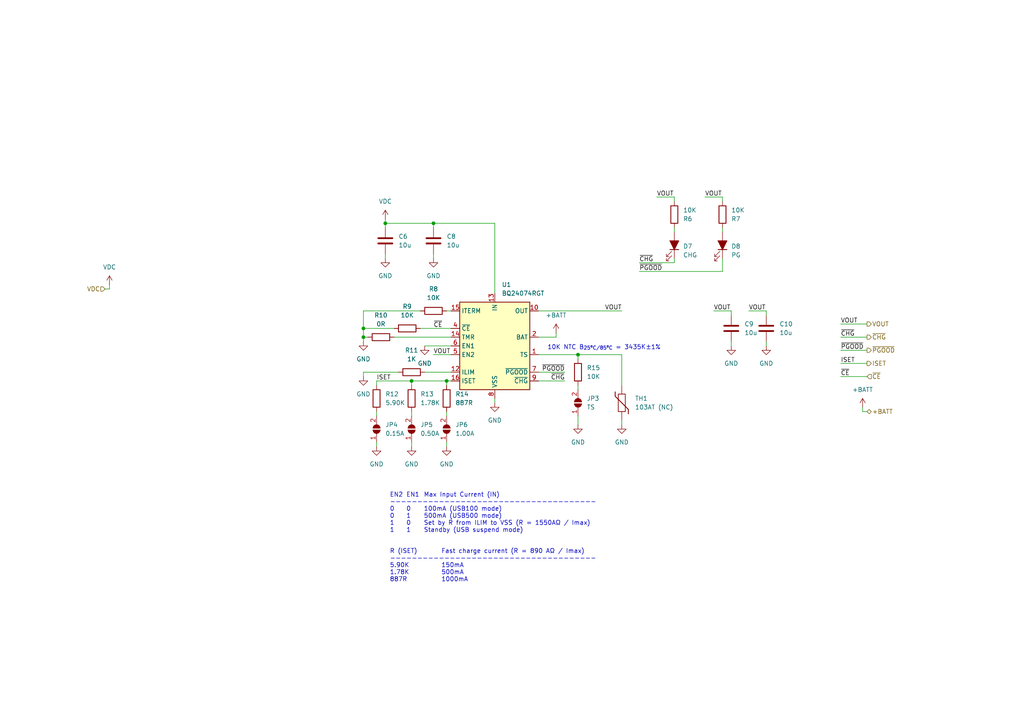
<source format=kicad_sch>
(kicad_sch (version 20211123) (generator eeschema)

  (uuid 871e60a8-b466-46b1-a6dc-be87d5eeeaed)

  (paper "A4")

  (title_block
    (title "SolarNode")
    (date "2021-12-23")
    (rev "0.1")
  )

  (lib_symbols
    (symbol "Battery_Management:BQ24074RGT" (in_bom yes) (on_board yes)
      (property "Reference" "U" (id 0) (at -8.89 13.97 0)
        (effects (font (size 1.27 1.27)) (justify right))
      )
      (property "Value" "BQ24074RGT" (id 1) (at 16.51 13.97 0)
        (effects (font (size 1.27 1.27)) (justify right))
      )
      (property "Footprint" "Package_DFN_QFN:VQFN-16-1EP_3x3mm_P0.5mm_EP1.6x1.6mm" (id 2) (at 7.62 -13.97 0)
        (effects (font (size 1.27 1.27)) (justify left) hide)
      )
      (property "Datasheet" "http://www.ti.com/lit/ds/symlink/bq24074.pdf" (id 3) (at 7.62 5.08 0)
        (effects (font (size 1.27 1.27)) hide)
      )
      (property "ki_keywords" "USB Charge" (id 4) (at 0 0 0)
        (effects (font (size 1.27 1.27)) hide)
      )
      (property "ki_description" "USB-Friendly Li-Ion Battery Charger and Power-Path Management, VQFN-16" (id 5) (at 0 0 0)
        (effects (font (size 1.27 1.27)) hide)
      )
      (property "ki_fp_filters" "VQFN*1EP*3x3mm*P0.5mm*" (id 6) (at 0 0 0)
        (effects (font (size 1.27 1.27)) hide)
      )
      (symbol "BQ24074RGT_0_1"
        (rectangle (start -10.16 12.7) (end 10.16 -12.7)
          (stroke (width 0.254) (type default) (color 0 0 0 0))
          (fill (type background))
        )
      )
      (symbol "BQ24074RGT_1_1"
        (pin passive line (at 12.7 -2.54 180) (length 2.54)
          (name "TS" (effects (font (size 1.27 1.27))))
          (number "1" (effects (font (size 1.27 1.27))))
        )
        (pin power_out line (at 12.7 10.16 180) (length 2.54)
          (name "OUT" (effects (font (size 1.27 1.27))))
          (number "10" (effects (font (size 1.27 1.27))))
        )
        (pin passive line (at 12.7 10.16 180) (length 2.54) hide
          (name "OUT" (effects (font (size 1.27 1.27))))
          (number "11" (effects (font (size 1.27 1.27))))
        )
        (pin passive line (at -12.7 -7.62 0) (length 2.54)
          (name "ILIM" (effects (font (size 1.27 1.27))))
          (number "12" (effects (font (size 1.27 1.27))))
        )
        (pin power_in line (at 0 15.24 270) (length 2.54)
          (name "IN" (effects (font (size 1.27 1.27))))
          (number "13" (effects (font (size 1.27 1.27))))
        )
        (pin input line (at -12.7 2.54 0) (length 2.54)
          (name "TMR" (effects (font (size 1.27 1.27))))
          (number "14" (effects (font (size 1.27 1.27))))
        )
        (pin input line (at -12.7 10.16 0) (length 2.54)
          (name "ITERM" (effects (font (size 1.27 1.27))))
          (number "15" (effects (font (size 1.27 1.27))))
        )
        (pin passive line (at -12.7 -10.16 0) (length 2.54)
          (name "ISET" (effects (font (size 1.27 1.27))))
          (number "16" (effects (font (size 1.27 1.27))))
        )
        (pin passive line (at 0 -15.24 90) (length 2.54) hide
          (name "VSS" (effects (font (size 1.27 1.27))))
          (number "17" (effects (font (size 1.27 1.27))))
        )
        (pin power_out line (at 12.7 2.54 180) (length 2.54)
          (name "BAT" (effects (font (size 1.27 1.27))))
          (number "2" (effects (font (size 1.27 1.27))))
        )
        (pin passive line (at 12.7 2.54 180) (length 2.54) hide
          (name "BAT" (effects (font (size 1.27 1.27))))
          (number "3" (effects (font (size 1.27 1.27))))
        )
        (pin input line (at -12.7 5.08 0) (length 2.54)
          (name "~{CE}" (effects (font (size 1.27 1.27))))
          (number "4" (effects (font (size 1.27 1.27))))
        )
        (pin input line (at -12.7 -2.54 0) (length 2.54)
          (name "EN2" (effects (font (size 1.27 1.27))))
          (number "5" (effects (font (size 1.27 1.27))))
        )
        (pin input line (at -12.7 0 0) (length 2.54)
          (name "EN1" (effects (font (size 1.27 1.27))))
          (number "6" (effects (font (size 1.27 1.27))))
        )
        (pin open_collector line (at 12.7 -7.62 180) (length 2.54)
          (name "~{PGOOD}" (effects (font (size 1.27 1.27))))
          (number "7" (effects (font (size 1.27 1.27))))
        )
        (pin power_in line (at 0 -15.24 90) (length 2.54)
          (name "VSS" (effects (font (size 1.27 1.27))))
          (number "8" (effects (font (size 1.27 1.27))))
        )
        (pin open_collector line (at 12.7 -10.16 180) (length 2.54)
          (name "~{CHG}" (effects (font (size 1.27 1.27))))
          (number "9" (effects (font (size 1.27 1.27))))
        )
      )
    )
    (symbol "Device:C" (pin_numbers hide) (pin_names (offset 0.254)) (in_bom yes) (on_board yes)
      (property "Reference" "C" (id 0) (at 0.635 2.54 0)
        (effects (font (size 1.27 1.27)) (justify left))
      )
      (property "Value" "C" (id 1) (at 0.635 -2.54 0)
        (effects (font (size 1.27 1.27)) (justify left))
      )
      (property "Footprint" "" (id 2) (at 0.9652 -3.81 0)
        (effects (font (size 1.27 1.27)) hide)
      )
      (property "Datasheet" "~" (id 3) (at 0 0 0)
        (effects (font (size 1.27 1.27)) hide)
      )
      (property "ki_keywords" "cap capacitor" (id 4) (at 0 0 0)
        (effects (font (size 1.27 1.27)) hide)
      )
      (property "ki_description" "Unpolarized capacitor" (id 5) (at 0 0 0)
        (effects (font (size 1.27 1.27)) hide)
      )
      (property "ki_fp_filters" "C_*" (id 6) (at 0 0 0)
        (effects (font (size 1.27 1.27)) hide)
      )
      (symbol "C_0_1"
        (polyline
          (pts
            (xy -2.032 -0.762)
            (xy 2.032 -0.762)
          )
          (stroke (width 0.508) (type default) (color 0 0 0 0))
          (fill (type none))
        )
        (polyline
          (pts
            (xy -2.032 0.762)
            (xy 2.032 0.762)
          )
          (stroke (width 0.508) (type default) (color 0 0 0 0))
          (fill (type none))
        )
      )
      (symbol "C_1_1"
        (pin passive line (at 0 3.81 270) (length 2.794)
          (name "~" (effects (font (size 1.27 1.27))))
          (number "1" (effects (font (size 1.27 1.27))))
        )
        (pin passive line (at 0 -3.81 90) (length 2.794)
          (name "~" (effects (font (size 1.27 1.27))))
          (number "2" (effects (font (size 1.27 1.27))))
        )
      )
    )
    (symbol "Device:LED_Filled" (pin_numbers hide) (pin_names (offset 1.016) hide) (in_bom yes) (on_board yes)
      (property "Reference" "D" (id 0) (at 0 2.54 0)
        (effects (font (size 1.27 1.27)))
      )
      (property "Value" "LED_Filled" (id 1) (at 0 -2.54 0)
        (effects (font (size 1.27 1.27)))
      )
      (property "Footprint" "" (id 2) (at 0 0 0)
        (effects (font (size 1.27 1.27)) hide)
      )
      (property "Datasheet" "~" (id 3) (at 0 0 0)
        (effects (font (size 1.27 1.27)) hide)
      )
      (property "ki_keywords" "LED diode" (id 4) (at 0 0 0)
        (effects (font (size 1.27 1.27)) hide)
      )
      (property "ki_description" "Light emitting diode, filled shape" (id 5) (at 0 0 0)
        (effects (font (size 1.27 1.27)) hide)
      )
      (property "ki_fp_filters" "LED* LED_SMD:* LED_THT:*" (id 6) (at 0 0 0)
        (effects (font (size 1.27 1.27)) hide)
      )
      (symbol "LED_Filled_0_1"
        (polyline
          (pts
            (xy -1.27 -1.27)
            (xy -1.27 1.27)
          )
          (stroke (width 0.254) (type default) (color 0 0 0 0))
          (fill (type none))
        )
        (polyline
          (pts
            (xy -1.27 0)
            (xy 1.27 0)
          )
          (stroke (width 0) (type default) (color 0 0 0 0))
          (fill (type none))
        )
        (polyline
          (pts
            (xy 1.27 -1.27)
            (xy 1.27 1.27)
            (xy -1.27 0)
            (xy 1.27 -1.27)
          )
          (stroke (width 0.254) (type default) (color 0 0 0 0))
          (fill (type outline))
        )
        (polyline
          (pts
            (xy -3.048 -0.762)
            (xy -4.572 -2.286)
            (xy -3.81 -2.286)
            (xy -4.572 -2.286)
            (xy -4.572 -1.524)
          )
          (stroke (width 0) (type default) (color 0 0 0 0))
          (fill (type none))
        )
        (polyline
          (pts
            (xy -1.778 -0.762)
            (xy -3.302 -2.286)
            (xy -2.54 -2.286)
            (xy -3.302 -2.286)
            (xy -3.302 -1.524)
          )
          (stroke (width 0) (type default) (color 0 0 0 0))
          (fill (type none))
        )
      )
      (symbol "LED_Filled_1_1"
        (pin passive line (at -3.81 0 0) (length 2.54)
          (name "K" (effects (font (size 1.27 1.27))))
          (number "1" (effects (font (size 1.27 1.27))))
        )
        (pin passive line (at 3.81 0 180) (length 2.54)
          (name "A" (effects (font (size 1.27 1.27))))
          (number "2" (effects (font (size 1.27 1.27))))
        )
      )
    )
    (symbol "Device:R" (pin_numbers hide) (pin_names (offset 0)) (in_bom yes) (on_board yes)
      (property "Reference" "R" (id 0) (at 2.032 0 90)
        (effects (font (size 1.27 1.27)))
      )
      (property "Value" "R" (id 1) (at 0 0 90)
        (effects (font (size 1.27 1.27)))
      )
      (property "Footprint" "" (id 2) (at -1.778 0 90)
        (effects (font (size 1.27 1.27)) hide)
      )
      (property "Datasheet" "~" (id 3) (at 0 0 0)
        (effects (font (size 1.27 1.27)) hide)
      )
      (property "ki_keywords" "R res resistor" (id 4) (at 0 0 0)
        (effects (font (size 1.27 1.27)) hide)
      )
      (property "ki_description" "Resistor" (id 5) (at 0 0 0)
        (effects (font (size 1.27 1.27)) hide)
      )
      (property "ki_fp_filters" "R_*" (id 6) (at 0 0 0)
        (effects (font (size 1.27 1.27)) hide)
      )
      (symbol "R_0_1"
        (rectangle (start -1.016 -2.54) (end 1.016 2.54)
          (stroke (width 0.254) (type default) (color 0 0 0 0))
          (fill (type none))
        )
      )
      (symbol "R_1_1"
        (pin passive line (at 0 3.81 270) (length 1.27)
          (name "~" (effects (font (size 1.27 1.27))))
          (number "1" (effects (font (size 1.27 1.27))))
        )
        (pin passive line (at 0 -3.81 90) (length 1.27)
          (name "~" (effects (font (size 1.27 1.27))))
          (number "2" (effects (font (size 1.27 1.27))))
        )
      )
    )
    (symbol "Device:Thermistor" (pin_numbers hide) (pin_names (offset 0)) (in_bom yes) (on_board yes)
      (property "Reference" "TH" (id 0) (at 2.54 1.27 90)
        (effects (font (size 1.27 1.27)))
      )
      (property "Value" "Thermistor" (id 1) (at -2.54 0 90)
        (effects (font (size 1.27 1.27)) (justify bottom))
      )
      (property "Footprint" "" (id 2) (at 0 0 0)
        (effects (font (size 1.27 1.27)) hide)
      )
      (property "Datasheet" "~" (id 3) (at 0 0 0)
        (effects (font (size 1.27 1.27)) hide)
      )
      (property "ki_keywords" "R res thermistor" (id 4) (at 0 0 0)
        (effects (font (size 1.27 1.27)) hide)
      )
      (property "ki_description" "Temperature dependent resistor" (id 5) (at 0 0 0)
        (effects (font (size 1.27 1.27)) hide)
      )
      (property "ki_fp_filters" "R_*" (id 6) (at 0 0 0)
        (effects (font (size 1.27 1.27)) hide)
      )
      (symbol "Thermistor_0_1"
        (rectangle (start -1.016 2.54) (end 1.016 -2.54)
          (stroke (width 0.2032) (type default) (color 0 0 0 0))
          (fill (type none))
        )
        (polyline
          (pts
            (xy -1.905 3.175)
            (xy -1.905 1.905)
            (xy 1.905 -1.905)
            (xy 1.905 -3.175)
            (xy 1.905 -3.175)
          )
          (stroke (width 0.254) (type default) (color 0 0 0 0))
          (fill (type none))
        )
      )
      (symbol "Thermistor_1_1"
        (pin passive line (at 0 5.08 270) (length 2.54)
          (name "~" (effects (font (size 1.27 1.27))))
          (number "1" (effects (font (size 1.27 1.27))))
        )
        (pin passive line (at 0 -5.08 90) (length 2.54)
          (name "~" (effects (font (size 1.27 1.27))))
          (number "2" (effects (font (size 1.27 1.27))))
        )
      )
    )
    (symbol "Jumper:SolderJumper_2_Open" (pin_names (offset 0) hide) (in_bom yes) (on_board yes)
      (property "Reference" "JP" (id 0) (at 0 2.032 0)
        (effects (font (size 1.27 1.27)))
      )
      (property "Value" "SolderJumper_2_Open" (id 1) (at 0 -2.54 0)
        (effects (font (size 1.27 1.27)))
      )
      (property "Footprint" "" (id 2) (at 0 0 0)
        (effects (font (size 1.27 1.27)) hide)
      )
      (property "Datasheet" "~" (id 3) (at 0 0 0)
        (effects (font (size 1.27 1.27)) hide)
      )
      (property "ki_keywords" "solder jumper SPST" (id 4) (at 0 0 0)
        (effects (font (size 1.27 1.27)) hide)
      )
      (property "ki_description" "Solder Jumper, 2-pole, open" (id 5) (at 0 0 0)
        (effects (font (size 1.27 1.27)) hide)
      )
      (property "ki_fp_filters" "SolderJumper*Open*" (id 6) (at 0 0 0)
        (effects (font (size 1.27 1.27)) hide)
      )
      (symbol "SolderJumper_2_Open_0_1"
        (arc (start -0.254 1.016) (mid -1.27 0) (end -0.254 -1.016)
          (stroke (width 0) (type default) (color 0 0 0 0))
          (fill (type none))
        )
        (arc (start -0.254 1.016) (mid -1.27 0) (end -0.254 -1.016)
          (stroke (width 0) (type default) (color 0 0 0 0))
          (fill (type outline))
        )
        (polyline
          (pts
            (xy -0.254 1.016)
            (xy -0.254 -1.016)
          )
          (stroke (width 0) (type default) (color 0 0 0 0))
          (fill (type none))
        )
        (polyline
          (pts
            (xy 0.254 1.016)
            (xy 0.254 -1.016)
          )
          (stroke (width 0) (type default) (color 0 0 0 0))
          (fill (type none))
        )
        (arc (start 0.254 -1.016) (mid 1.27 0) (end 0.254 1.016)
          (stroke (width 0) (type default) (color 0 0 0 0))
          (fill (type none))
        )
        (arc (start 0.254 -1.016) (mid 1.27 0) (end 0.254 1.016)
          (stroke (width 0) (type default) (color 0 0 0 0))
          (fill (type outline))
        )
      )
      (symbol "SolderJumper_2_Open_1_1"
        (pin passive line (at -3.81 0 0) (length 2.54)
          (name "A" (effects (font (size 1.27 1.27))))
          (number "1" (effects (font (size 1.27 1.27))))
        )
        (pin passive line (at 3.81 0 180) (length 2.54)
          (name "B" (effects (font (size 1.27 1.27))))
          (number "2" (effects (font (size 1.27 1.27))))
        )
      )
    )
    (symbol "power:+BATT" (power) (pin_names (offset 0)) (in_bom yes) (on_board yes)
      (property "Reference" "#PWR" (id 0) (at 0 -3.81 0)
        (effects (font (size 1.27 1.27)) hide)
      )
      (property "Value" "+BATT" (id 1) (at 0 3.556 0)
        (effects (font (size 1.27 1.27)))
      )
      (property "Footprint" "" (id 2) (at 0 0 0)
        (effects (font (size 1.27 1.27)) hide)
      )
      (property "Datasheet" "" (id 3) (at 0 0 0)
        (effects (font (size 1.27 1.27)) hide)
      )
      (property "ki_keywords" "power-flag battery" (id 4) (at 0 0 0)
        (effects (font (size 1.27 1.27)) hide)
      )
      (property "ki_description" "Power symbol creates a global label with name \"+BATT\"" (id 5) (at 0 0 0)
        (effects (font (size 1.27 1.27)) hide)
      )
      (symbol "+BATT_0_1"
        (polyline
          (pts
            (xy -0.762 1.27)
            (xy 0 2.54)
          )
          (stroke (width 0) (type default) (color 0 0 0 0))
          (fill (type none))
        )
        (polyline
          (pts
            (xy 0 0)
            (xy 0 2.54)
          )
          (stroke (width 0) (type default) (color 0 0 0 0))
          (fill (type none))
        )
        (polyline
          (pts
            (xy 0 2.54)
            (xy 0.762 1.27)
          )
          (stroke (width 0) (type default) (color 0 0 0 0))
          (fill (type none))
        )
      )
      (symbol "+BATT_1_1"
        (pin power_in line (at 0 0 90) (length 0) hide
          (name "+BATT" (effects (font (size 1.27 1.27))))
          (number "1" (effects (font (size 1.27 1.27))))
        )
      )
    )
    (symbol "power:GND" (power) (pin_names (offset 0)) (in_bom yes) (on_board yes)
      (property "Reference" "#PWR" (id 0) (at 0 -6.35 0)
        (effects (font (size 1.27 1.27)) hide)
      )
      (property "Value" "GND" (id 1) (at 0 -3.81 0)
        (effects (font (size 1.27 1.27)))
      )
      (property "Footprint" "" (id 2) (at 0 0 0)
        (effects (font (size 1.27 1.27)) hide)
      )
      (property "Datasheet" "" (id 3) (at 0 0 0)
        (effects (font (size 1.27 1.27)) hide)
      )
      (property "ki_keywords" "power-flag" (id 4) (at 0 0 0)
        (effects (font (size 1.27 1.27)) hide)
      )
      (property "ki_description" "Power symbol creates a global label with name \"GND\" , ground" (id 5) (at 0 0 0)
        (effects (font (size 1.27 1.27)) hide)
      )
      (symbol "GND_0_1"
        (polyline
          (pts
            (xy 0 0)
            (xy 0 -1.27)
            (xy 1.27 -1.27)
            (xy 0 -2.54)
            (xy -1.27 -1.27)
            (xy 0 -1.27)
          )
          (stroke (width 0) (type default) (color 0 0 0 0))
          (fill (type none))
        )
      )
      (symbol "GND_1_1"
        (pin power_in line (at 0 0 270) (length 0) hide
          (name "GND" (effects (font (size 1.27 1.27))))
          (number "1" (effects (font (size 1.27 1.27))))
        )
      )
    )
    (symbol "power:VDC" (power) (pin_names (offset 0)) (in_bom yes) (on_board yes)
      (property "Reference" "#PWR" (id 0) (at 0 -2.54 0)
        (effects (font (size 1.27 1.27)) hide)
      )
      (property "Value" "VDC" (id 1) (at 0 6.35 0)
        (effects (font (size 1.27 1.27)))
      )
      (property "Footprint" "" (id 2) (at 0 0 0)
        (effects (font (size 1.27 1.27)) hide)
      )
      (property "Datasheet" "" (id 3) (at 0 0 0)
        (effects (font (size 1.27 1.27)) hide)
      )
      (property "ki_keywords" "power-flag" (id 4) (at 0 0 0)
        (effects (font (size 1.27 1.27)) hide)
      )
      (property "ki_description" "Power symbol creates a global label with name \"VDC\"" (id 5) (at 0 0 0)
        (effects (font (size 1.27 1.27)) hide)
      )
      (symbol "VDC_0_1"
        (polyline
          (pts
            (xy -0.762 1.27)
            (xy 0 2.54)
          )
          (stroke (width 0) (type default) (color 0 0 0 0))
          (fill (type none))
        )
        (polyline
          (pts
            (xy 0 0)
            (xy 0 2.54)
          )
          (stroke (width 0) (type default) (color 0 0 0 0))
          (fill (type none))
        )
        (polyline
          (pts
            (xy 0 2.54)
            (xy 0.762 1.27)
          )
          (stroke (width 0) (type default) (color 0 0 0 0))
          (fill (type none))
        )
      )
      (symbol "VDC_1_1"
        (pin power_in line (at 0 0 90) (length 0) hide
          (name "VDC" (effects (font (size 1.27 1.27))))
          (number "1" (effects (font (size 1.27 1.27))))
        )
      )
    )
  )

  (junction (at 129.54 110.49) (diameter 0) (color 0 0 0 0)
    (uuid 2081b248-89da-4c33-8881-26a9c54476e7)
  )
  (junction (at 111.76 64.77) (diameter 0) (color 0 0 0 0)
    (uuid 734936a1-c0a7-4db0-91ca-de203e0a299f)
  )
  (junction (at 105.41 97.79) (diameter 0) (color 0 0 0 0)
    (uuid 8f4839af-0835-4458-8faf-5d05cd5e5c6b)
  )
  (junction (at 125.73 64.77) (diameter 0) (color 0 0 0 0)
    (uuid 9127e88d-343d-4014-9538-db52998b0ca2)
  )
  (junction (at 105.41 95.25) (diameter 0) (color 0 0 0 0)
    (uuid b28c0165-717f-4ba3-a8ef-81f7c967268f)
  )
  (junction (at 119.38 110.49) (diameter 0) (color 0 0 0 0)
    (uuid c31756cf-4331-4ca5-8719-ef9cda917a28)
  )
  (junction (at 167.64 102.87) (diameter 0) (color 0 0 0 0)
    (uuid f5324be1-d257-44ba-996f-6c070d1b8362)
  )

  (wire (pts (xy 143.51 85.09) (xy 143.51 64.77))
    (stroke (width 0) (type default) (color 0 0 0 0))
    (uuid 044d2a29-3ae8-440c-ab64-3e9eaf3fed25)
  )
  (wire (pts (xy 105.41 90.17) (xy 105.41 95.25))
    (stroke (width 0) (type default) (color 0 0 0 0))
    (uuid 0568dad1-f3c9-44a7-9df6-8b7829c13612)
  )
  (wire (pts (xy 204.47 57.15) (xy 209.55 57.15))
    (stroke (width 0) (type default) (color 0 0 0 0))
    (uuid 071050f9-6eb0-43af-9f02-03171bdd85b9)
  )
  (wire (pts (xy 243.84 105.41) (xy 251.46 105.41))
    (stroke (width 0) (type default) (color 0 0 0 0))
    (uuid 076c6420-1cca-4b8f-a2ce-64f8e5ce4939)
  )
  (wire (pts (xy 180.34 102.87) (xy 180.34 111.76))
    (stroke (width 0) (type default) (color 0 0 0 0))
    (uuid 105c1faf-7cc7-40ff-8ea0-98796f73d3db)
  )
  (wire (pts (xy 111.76 63.5) (xy 111.76 64.77))
    (stroke (width 0) (type default) (color 0 0 0 0))
    (uuid 1162cf55-dd9c-465d-9f22-8850ae1b91ba)
  )
  (wire (pts (xy 119.38 128.27) (xy 119.38 129.54))
    (stroke (width 0) (type default) (color 0 0 0 0))
    (uuid 1941029e-88dc-48bf-9da8-3e97d8aa9ed7)
  )
  (wire (pts (xy 207.01 90.17) (xy 212.09 90.17))
    (stroke (width 0) (type default) (color 0 0 0 0))
    (uuid 1e6808c5-0c32-4deb-88ea-2c6561597b78)
  )
  (wire (pts (xy 161.29 97.79) (xy 161.29 96.52))
    (stroke (width 0) (type default) (color 0 0 0 0))
    (uuid 2198372a-101e-4f1a-af7f-862b5d33a12d)
  )
  (wire (pts (xy 243.84 101.6) (xy 251.46 101.6))
    (stroke (width 0) (type default) (color 0 0 0 0))
    (uuid 25e21440-88d8-4b07-ae84-98a1f7ef2fc5)
  )
  (wire (pts (xy 105.41 95.25) (xy 105.41 97.79))
    (stroke (width 0) (type default) (color 0 0 0 0))
    (uuid 28b4ff35-2da2-4882-b077-2c242851f3cc)
  )
  (wire (pts (xy 105.41 95.25) (xy 114.3 95.25))
    (stroke (width 0) (type default) (color 0 0 0 0))
    (uuid 293bd963-f393-41ee-a617-4ae43f3e0221)
  )
  (wire (pts (xy 125.73 64.77) (xy 143.51 64.77))
    (stroke (width 0) (type default) (color 0 0 0 0))
    (uuid 2ac90073-065a-43a6-9f4c-0685d30fba54)
  )
  (wire (pts (xy 105.41 97.79) (xy 105.41 99.06))
    (stroke (width 0) (type default) (color 0 0 0 0))
    (uuid 2b915974-fd73-44df-96ca-6031a6fab73e)
  )
  (wire (pts (xy 129.54 90.17) (xy 130.81 90.17))
    (stroke (width 0) (type default) (color 0 0 0 0))
    (uuid 2ff4aec5-6b40-42b0-8a44-568ca78b3868)
  )
  (wire (pts (xy 125.73 66.04) (xy 125.73 64.77))
    (stroke (width 0) (type default) (color 0 0 0 0))
    (uuid 3434ceaf-631b-41b7-b5d8-b155b9c808ea)
  )
  (wire (pts (xy 109.22 119.38) (xy 109.22 120.65))
    (stroke (width 0) (type default) (color 0 0 0 0))
    (uuid 39d30db8-afe0-46e5-bef3-77d0b72f4ab6)
  )
  (wire (pts (xy 167.64 111.76) (xy 167.64 113.03))
    (stroke (width 0) (type default) (color 0 0 0 0))
    (uuid 3b1b3539-7953-453f-87e9-b86befbe5de8)
  )
  (wire (pts (xy 125.73 73.66) (xy 125.73 74.93))
    (stroke (width 0) (type default) (color 0 0 0 0))
    (uuid 3c8e8609-40a1-47fe-a0f4-270c6b701209)
  )
  (wire (pts (xy 243.84 97.79) (xy 251.46 97.79))
    (stroke (width 0) (type default) (color 0 0 0 0))
    (uuid 3fa89f18-52fa-42c7-bc1d-9831e861a87f)
  )
  (wire (pts (xy 105.41 107.95) (xy 105.41 109.22))
    (stroke (width 0) (type default) (color 0 0 0 0))
    (uuid 40aff770-60a6-4979-9569-c2ca7210c41f)
  )
  (wire (pts (xy 212.09 99.06) (xy 212.09 100.33))
    (stroke (width 0) (type default) (color 0 0 0 0))
    (uuid 417c58e7-dcab-443d-8732-d7c47e52bf8c)
  )
  (wire (pts (xy 119.38 110.49) (xy 119.38 111.76))
    (stroke (width 0) (type default) (color 0 0 0 0))
    (uuid 43552bb6-b3c7-4a9c-844b-ca114513e2bd)
  )
  (wire (pts (xy 250.19 118.11) (xy 250.19 119.38))
    (stroke (width 0) (type default) (color 0 0 0 0))
    (uuid 4515d760-1178-49d4-b82d-094478e630e3)
  )
  (wire (pts (xy 167.64 120.65) (xy 167.64 123.19))
    (stroke (width 0) (type default) (color 0 0 0 0))
    (uuid 466455f3-37da-43aa-bf18-aa54f4f02b9f)
  )
  (wire (pts (xy 180.34 90.17) (xy 156.21 90.17))
    (stroke (width 0) (type default) (color 0 0 0 0))
    (uuid 46897362-421b-4858-9e34-9412bc17cd05)
  )
  (wire (pts (xy 217.17 90.17) (xy 222.25 90.17))
    (stroke (width 0) (type default) (color 0 0 0 0))
    (uuid 4a8af62b-cf8d-46ff-8b2e-d201b16fea04)
  )
  (wire (pts (xy 243.84 93.98) (xy 251.46 93.98))
    (stroke (width 0) (type default) (color 0 0 0 0))
    (uuid 504b3f0b-3703-421b-87f7-a54ee1f53020)
  )
  (wire (pts (xy 109.22 110.49) (xy 109.22 111.76))
    (stroke (width 0) (type default) (color 0 0 0 0))
    (uuid 5157a807-fcac-4a0d-b734-47cfa09993a5)
  )
  (wire (pts (xy 109.22 128.27) (xy 109.22 129.54))
    (stroke (width 0) (type default) (color 0 0 0 0))
    (uuid 561a48ca-e5f8-436e-9ba4-d590305fbe49)
  )
  (wire (pts (xy 30.48 83.82) (xy 31.75 83.82))
    (stroke (width 0) (type default) (color 0 0 0 0))
    (uuid 5a08d1b9-a637-4af7-86dc-c487849177e1)
  )
  (wire (pts (xy 243.84 109.22) (xy 251.46 109.22))
    (stroke (width 0) (type default) (color 0 0 0 0))
    (uuid 634b894b-09aa-46e5-b4be-0bc6b9f9bb38)
  )
  (wire (pts (xy 123.19 107.95) (xy 130.81 107.95))
    (stroke (width 0) (type default) (color 0 0 0 0))
    (uuid 648f3add-c1e2-427d-916a-e9455229d385)
  )
  (wire (pts (xy 129.54 119.38) (xy 129.54 120.65))
    (stroke (width 0) (type default) (color 0 0 0 0))
    (uuid 65f9be09-037d-4af6-b274-f64b23aa3717)
  )
  (wire (pts (xy 129.54 110.49) (xy 130.81 110.49))
    (stroke (width 0) (type default) (color 0 0 0 0))
    (uuid 688d185e-055f-41d8-af9b-39451f822fed)
  )
  (wire (pts (xy 209.55 57.15) (xy 209.55 58.42))
    (stroke (width 0) (type default) (color 0 0 0 0))
    (uuid 6bcb99e5-83c2-427a-ab35-ad534fad3fa9)
  )
  (wire (pts (xy 156.21 107.95) (xy 163.83 107.95))
    (stroke (width 0) (type default) (color 0 0 0 0))
    (uuid 7107c966-9b89-49d8-81b2-a431cde62ab9)
  )
  (wire (pts (xy 156.21 97.79) (xy 161.29 97.79))
    (stroke (width 0) (type default) (color 0 0 0 0))
    (uuid 789b49d1-75b6-4dd6-b517-c29b565a3bef)
  )
  (wire (pts (xy 167.64 102.87) (xy 167.64 104.14))
    (stroke (width 0) (type default) (color 0 0 0 0))
    (uuid 7cd90250-5954-4971-8544-180cf7cff0e1)
  )
  (wire (pts (xy 195.58 66.04) (xy 195.58 67.31))
    (stroke (width 0) (type default) (color 0 0 0 0))
    (uuid 80383015-0a56-4043-b584-9f761c272531)
  )
  (wire (pts (xy 31.75 83.82) (xy 31.75 82.55))
    (stroke (width 0) (type default) (color 0 0 0 0))
    (uuid 803cd561-ed3d-4f2b-bdae-e99d6aefbf74)
  )
  (wire (pts (xy 121.92 90.17) (xy 105.41 90.17))
    (stroke (width 0) (type default) (color 0 0 0 0))
    (uuid 803d4c08-ddc4-4149-b931-1cefba4f4a1c)
  )
  (wire (pts (xy 115.57 107.95) (xy 105.41 107.95))
    (stroke (width 0) (type default) (color 0 0 0 0))
    (uuid 8107e1fe-d36b-4b3c-986f-bfe97c675827)
  )
  (wire (pts (xy 180.34 121.92) (xy 180.34 123.19))
    (stroke (width 0) (type default) (color 0 0 0 0))
    (uuid 870a4369-2d5b-494c-9037-4b8ece269b66)
  )
  (wire (pts (xy 105.41 97.79) (xy 106.68 97.79))
    (stroke (width 0) (type default) (color 0 0 0 0))
    (uuid 87bfd4b5-6447-4b9a-a603-3b8c06fad0e2)
  )
  (wire (pts (xy 121.92 95.25) (xy 130.81 95.25))
    (stroke (width 0) (type default) (color 0 0 0 0))
    (uuid 88fa5cbc-cb2e-4dd7-b1df-878e04097c80)
  )
  (wire (pts (xy 111.76 64.77) (xy 125.73 64.77))
    (stroke (width 0) (type default) (color 0 0 0 0))
    (uuid 8b9ebc6a-8ca8-4c41-a264-fc4d64e759d8)
  )
  (wire (pts (xy 167.64 102.87) (xy 180.34 102.87))
    (stroke (width 0) (type default) (color 0 0 0 0))
    (uuid 8cad8e9b-d50f-4811-8edf-5ce8bd206b1d)
  )
  (wire (pts (xy 195.58 57.15) (xy 195.58 58.42))
    (stroke (width 0) (type default) (color 0 0 0 0))
    (uuid 8d064c0b-393a-4c75-9dbe-0608376981a4)
  )
  (wire (pts (xy 123.19 100.33) (xy 130.81 100.33))
    (stroke (width 0) (type default) (color 0 0 0 0))
    (uuid 9444ed0b-99cb-4c3b-869f-a515ef630d82)
  )
  (wire (pts (xy 119.38 110.49) (xy 109.22 110.49))
    (stroke (width 0) (type default) (color 0 0 0 0))
    (uuid 967b0f36-d025-40eb-92bf-7639e273ba9a)
  )
  (wire (pts (xy 209.55 74.93) (xy 209.55 78.74))
    (stroke (width 0) (type default) (color 0 0 0 0))
    (uuid 9c12c1dd-6dc3-478e-9f6b-b120912068dc)
  )
  (wire (pts (xy 111.76 64.77) (xy 111.76 66.04))
    (stroke (width 0) (type default) (color 0 0 0 0))
    (uuid a3489f31-7bba-4f4e-87db-34e3e7fb67ea)
  )
  (wire (pts (xy 195.58 74.93) (xy 195.58 76.2))
    (stroke (width 0) (type default) (color 0 0 0 0))
    (uuid a3dbeb1b-bba5-415d-a72d-361f7cea0a3c)
  )
  (wire (pts (xy 156.21 110.49) (xy 163.83 110.49))
    (stroke (width 0) (type default) (color 0 0 0 0))
    (uuid a824bd03-31e0-47c0-978e-2c49b61049d0)
  )
  (wire (pts (xy 119.38 119.38) (xy 119.38 120.65))
    (stroke (width 0) (type default) (color 0 0 0 0))
    (uuid ac5675fc-a9f5-4e4a-a9aa-4143b04a54ce)
  )
  (wire (pts (xy 222.25 99.06) (xy 222.25 100.33))
    (stroke (width 0) (type default) (color 0 0 0 0))
    (uuid aded26c3-450a-4fa7-a073-de83434f65b7)
  )
  (wire (pts (xy 125.73 102.87) (xy 130.81 102.87))
    (stroke (width 0) (type default) (color 0 0 0 0))
    (uuid b2f34c83-f3cc-4e33-ac4e-3be188873876)
  )
  (wire (pts (xy 222.25 90.17) (xy 222.25 91.44))
    (stroke (width 0) (type default) (color 0 0 0 0))
    (uuid b76313e8-839d-42ea-93a8-3e79d8afcc7a)
  )
  (wire (pts (xy 156.21 102.87) (xy 167.64 102.87))
    (stroke (width 0) (type default) (color 0 0 0 0))
    (uuid b77c35d8-953d-4b39-9b60-b8c39531ffba)
  )
  (wire (pts (xy 190.5 57.15) (xy 195.58 57.15))
    (stroke (width 0) (type default) (color 0 0 0 0))
    (uuid ba2177ab-7797-4cf4-b926-44a23061c903)
  )
  (wire (pts (xy 209.55 78.74) (xy 185.42 78.74))
    (stroke (width 0) (type default) (color 0 0 0 0))
    (uuid c0e9cfd5-11a4-4bff-8994-4a28ae0c1c36)
  )
  (wire (pts (xy 195.58 76.2) (xy 185.42 76.2))
    (stroke (width 0) (type default) (color 0 0 0 0))
    (uuid c5ae8910-8aea-407a-81f4-908a2e9dc8b2)
  )
  (wire (pts (xy 129.54 110.49) (xy 129.54 111.76))
    (stroke (width 0) (type default) (color 0 0 0 0))
    (uuid c6b50c13-ef00-40ef-a2a5-1fc399f7beeb)
  )
  (wire (pts (xy 129.54 128.27) (xy 129.54 129.54))
    (stroke (width 0) (type default) (color 0 0 0 0))
    (uuid ceb6d9e5-c379-4bcd-869e-2f644c3f4208)
  )
  (wire (pts (xy 111.76 73.66) (xy 111.76 74.93))
    (stroke (width 0) (type default) (color 0 0 0 0))
    (uuid d0fa910c-2a53-448b-9473-f8824f5a33e8)
  )
  (wire (pts (xy 129.54 110.49) (xy 119.38 110.49))
    (stroke (width 0) (type default) (color 0 0 0 0))
    (uuid d28cd612-8484-47b4-bc14-8e0c82384e3d)
  )
  (wire (pts (xy 209.55 66.04) (xy 209.55 67.31))
    (stroke (width 0) (type default) (color 0 0 0 0))
    (uuid da529b5f-9247-430a-a57c-38c868e325fc)
  )
  (wire (pts (xy 250.19 119.38) (xy 251.46 119.38))
    (stroke (width 0) (type default) (color 0 0 0 0))
    (uuid e7e1aac9-86ad-4514-aeba-38ab0190555f)
  )
  (wire (pts (xy 114.3 97.79) (xy 130.81 97.79))
    (stroke (width 0) (type default) (color 0 0 0 0))
    (uuid e827a343-a29d-466e-b060-a84cc4f88f11)
  )
  (wire (pts (xy 212.09 90.17) (xy 212.09 91.44))
    (stroke (width 0) (type default) (color 0 0 0 0))
    (uuid ebd23a71-f2a3-4650-a325-7b88cae9bbc5)
  )
  (wire (pts (xy 143.51 115.57) (xy 143.51 116.84))
    (stroke (width 0) (type default) (color 0 0 0 0))
    (uuid f2d87f56-3b35-4794-b9e4-26dbae67c2e1)
  )

  (text "EN2	EN1	Max Input Current (IN)\n--------------------------------------\n0	0	100mA (USB100 mode)\n0	1	500mA (USB500 mode)\n1	0	Set by R from ILIM to VSS (R = 1550AΩ / Imax)\n1	1	Standby (USB suspend mode)\n\n\nR (ISET)	Fast charge current (R = 890 AΩ / Imax)\n--------------------------------------\n5.90K		150mA\n1.78K		500mA\n887R		1000mA"
    (at 113.03 168.91 0)
    (effects (font (size 1.27 1.27)) (justify left bottom))
    (uuid 5e59040f-20c1-4ff7-b714-57616999f99d)
  )
  (text "10K NTC B_{25ºC/85ºC} = 3435Ｋ±1%" (at 158.75 101.6 0)
    (effects (font (size 1.27 1.27)) (justify left bottom))
    (uuid ecacac3f-8a5a-4255-862e-91a4bdcf14c7)
  )

  (label "~{CE}" (at 243.84 109.22 0)
    (effects (font (size 1.27 1.27)) (justify left bottom))
    (uuid 21495fd4-e4f7-47f8-b40e-7831ee4a57ee)
  )
  (label "ISET" (at 109.22 110.49 0)
    (effects (font (size 1.27 1.27)) (justify left bottom))
    (uuid 2a8884a1-8e7f-49a3-a1b7-09d6cc29e1d0)
  )
  (label "~{PGOOD}" (at 163.83 107.95 180)
    (effects (font (size 1.27 1.27)) (justify right bottom))
    (uuid 3cc7478d-cd50-4bf5-a8dc-df3d3d2e69cc)
  )
  (label "ISET" (at 243.84 105.41 0)
    (effects (font (size 1.27 1.27)) (justify left bottom))
    (uuid 5020b6f9-ffab-4104-a805-3a0754582616)
  )
  (label "~{CHG}" (at 163.83 110.49 180)
    (effects (font (size 1.27 1.27)) (justify right bottom))
    (uuid 643a275d-d907-46e8-839c-d83fd47e39d9)
  )
  (label "VOUT" (at 217.17 90.17 0)
    (effects (font (size 1.27 1.27)) (justify left bottom))
    (uuid 81c292d0-9e9d-4eb8-9a03-99b268d8a7ee)
  )
  (label "VOUT" (at 204.47 57.15 0)
    (effects (font (size 1.27 1.27)) (justify left bottom))
    (uuid 820edd08-8301-461f-afbf-e7606beb5d07)
  )
  (label "VOUT" (at 243.84 93.98 0)
    (effects (font (size 1.27 1.27)) (justify left bottom))
    (uuid 919c88a0-a807-4ec1-83c6-541f9b93ae2e)
  )
  (label "~{PGOOD}" (at 185.42 78.74 0)
    (effects (font (size 1.27 1.27)) (justify left bottom))
    (uuid 96ebcaac-5963-4485-9261-357d03dc212c)
  )
  (label "~{CHG}" (at 185.42 76.2 0)
    (effects (font (size 1.27 1.27)) (justify left bottom))
    (uuid a07e5f19-aeb7-4c37-be08-61623fb9b40f)
  )
  (label "~{CHG}" (at 243.84 97.79 0)
    (effects (font (size 1.27 1.27)) (justify left bottom))
    (uuid bb966311-7165-495d-a9f1-1a4ca622d209)
  )
  (label "~{CE}" (at 125.73 95.25 0)
    (effects (font (size 1.27 1.27)) (justify left bottom))
    (uuid c94affc2-f7dc-4810-845b-56d23c2432f2)
  )
  (label "~{PGOOD}" (at 243.84 101.6 0)
    (effects (font (size 1.27 1.27)) (justify left bottom))
    (uuid d4254ad5-9e0d-4aad-8152-d5ad4ed63a8e)
  )
  (label "VOUT" (at 190.5 57.15 0)
    (effects (font (size 1.27 1.27)) (justify left bottom))
    (uuid d48f766e-1978-4a3f-aee7-103fbb098fcb)
  )
  (label "VOUT" (at 207.01 90.17 0)
    (effects (font (size 1.27 1.27)) (justify left bottom))
    (uuid d76ceee1-5764-4355-8432-7252485a6468)
  )
  (label "VOUT" (at 180.34 90.17 180)
    (effects (font (size 1.27 1.27)) (justify right bottom))
    (uuid dd5deaeb-e8dc-4a87-a90b-8a097be9d707)
  )
  (label "VOUT" (at 125.73 102.87 0)
    (effects (font (size 1.27 1.27)) (justify left bottom))
    (uuid f003f5af-6f19-47a0-8efc-0a6c4a823583)
  )

  (hierarchical_label "+BATT" (shape bidirectional) (at 251.46 119.38 0)
    (effects (font (size 1.27 1.27)) (justify left))
    (uuid 2414a5f8-1f70-4467-861f-feb8da9bd7da)
  )
  (hierarchical_label "~{PGOOD}" (shape output) (at 251.46 101.6 0)
    (effects (font (size 1.27 1.27)) (justify left))
    (uuid 2d3d6dfd-cf5e-417a-8581-c3fb5554bed6)
  )
  (hierarchical_label "~{CHG}" (shape output) (at 251.46 97.79 0)
    (effects (font (size 1.27 1.27)) (justify left))
    (uuid 32f28fe6-1fc8-42ff-90c6-1177ba86e364)
  )
  (hierarchical_label "VDC" (shape input) (at 30.48 83.82 180)
    (effects (font (size 1.27 1.27)) (justify right))
    (uuid 579d991c-f49b-4e98-b951-48d0880a9b28)
  )
  (hierarchical_label "VOUT" (shape output) (at 251.46 93.98 0)
    (effects (font (size 1.27 1.27)) (justify left))
    (uuid 89bd8655-e12b-455c-b74a-ba48aa843925)
  )
  (hierarchical_label "ISET" (shape output) (at 251.46 105.41 0)
    (effects (font (size 1.27 1.27)) (justify left))
    (uuid bca709e7-9392-42b1-8be4-8c6abaad47af)
  )
  (hierarchical_label "~{CE}" (shape input) (at 251.46 109.22 0)
    (effects (font (size 1.27 1.27)) (justify left))
    (uuid f668de3b-c45a-4db3-a587-cca0442497a6)
  )

  (symbol (lib_id "Device:R") (at 119.38 107.95 270) (unit 1)
    (in_bom yes) (on_board yes) (fields_autoplaced)
    (uuid 03a89bca-7341-4bcf-9433-4ecbc5fd0125)
    (property "Reference" "R11" (id 0) (at 119.38 101.6 90))
    (property "Value" "1K" (id 1) (at 119.38 104.14 90))
    (property "Footprint" "SolarNode:R_0603_1608Metric_0.65" (id 2) (at 119.38 106.172 90)
      (effects (font (size 1.27 1.27)) hide)
    )
    (property "Datasheet" "https://www.yageo.com/upload/media/product/productsearch/datasheet/rchip/PYu-RC_Group_51_RoHS_L_11.pdf" (id 3) (at 119.38 107.95 0)
      (effects (font (size 1.27 1.27)) hide)
    )
    (property "Manufacturer" "YAGEO" (id 4) (at 119.38 107.95 0)
      (effects (font (size 1.27 1.27)) hide)
    )
    (property "MPN" "RC0603FR-071KL" (id 5) (at 119.38 107.95 0)
      (effects (font (size 1.27 1.27)) hide)
    )
    (pin "1" (uuid 65ce78b7-6e3b-4edb-b5d6-7183196386c4))
    (pin "2" (uuid c0815288-d634-48eb-bc76-c7a7d35eddf4))
  )

  (symbol (lib_id "power:GND") (at 119.38 129.54 0) (unit 1)
    (in_bom yes) (on_board yes) (fields_autoplaced)
    (uuid 0646cbb7-1d6f-4b8e-bdce-288d4b6d56c6)
    (property "Reference" "#PWR056" (id 0) (at 119.38 135.89 0)
      (effects (font (size 1.27 1.27)) hide)
    )
    (property "Value" "GND" (id 1) (at 119.38 134.62 0))
    (property "Footprint" "" (id 2) (at 119.38 129.54 0)
      (effects (font (size 1.27 1.27)) hide)
    )
    (property "Datasheet" "" (id 3) (at 119.38 129.54 0)
      (effects (font (size 1.27 1.27)) hide)
    )
    (pin "1" (uuid 9178e9cd-1792-4d45-9497-d57a34485d0f))
  )

  (symbol (lib_id "Battery_Management:BQ24074RGT") (at 143.51 100.33 0) (unit 1)
    (in_bom yes) (on_board yes) (fields_autoplaced)
    (uuid 0796a2d5-bc72-4bb9-b471-3fc5d811a740)
    (property "Reference" "U1" (id 0) (at 145.5294 82.55 0)
      (effects (font (size 1.27 1.27)) (justify left))
    )
    (property "Value" "BQ24074RGT" (id 1) (at 145.5294 85.09 0)
      (effects (font (size 1.27 1.27)) (justify left))
    )
    (property "Footprint" "Package_DFN_QFN:VQFN-16-1EP_3x3mm_P0.5mm_EP1.6x1.6mm_ThermalVias" (id 2) (at 151.13 114.3 0)
      (effects (font (size 1.27 1.27)) (justify left) hide)
    )
    (property "Datasheet" "http://www.ti.com/lit/ds/symlink/bq24074.pdf" (id 3) (at 151.13 95.25 0)
      (effects (font (size 1.27 1.27)) hide)
    )
    (property "MPN" "BQ24074RGT" (id 4) (at 143.51 100.33 0)
      (effects (font (size 1.27 1.27)) hide)
    )
    (property "Manufacturer" "Texas Instruments" (id 5) (at 143.51 100.33 0)
      (effects (font (size 1.27 1.27)) hide)
    )
    (pin "1" (uuid a8aa74b7-86d0-4529-a14d-db6c4633806f))
    (pin "10" (uuid fe3691bb-0439-4ca3-9b8f-2dc59665f52b))
    (pin "11" (uuid 925f4da4-452f-429f-a724-3919652e58bb))
    (pin "12" (uuid 1179f6a5-ab66-4b6d-9a80-54aecd9d716a))
    (pin "13" (uuid 85ab9cf4-9574-4411-a7af-1e8e2f5dd61e))
    (pin "14" (uuid 3393f805-94ae-4a9f-a237-784d1e2d6ef3))
    (pin "15" (uuid 5e7d850c-76fa-46d2-88b4-e475547e747f))
    (pin "16" (uuid e7a32d4e-5578-4156-bdd4-f533b9b01458))
    (pin "17" (uuid caea5c7e-a58f-4dcd-99b3-83255b471b62))
    (pin "2" (uuid c796865c-4f81-4977-8e59-27027d798ff9))
    (pin "3" (uuid fc186f33-8079-4d91-b176-2f7ddb1f3ba3))
    (pin "4" (uuid bf58b43f-0390-4b33-bf11-00aa6a63cb59))
    (pin "5" (uuid 4c367e82-e4d7-41ee-a996-def5fdcb1cdc))
    (pin "6" (uuid aabb7679-19f4-4437-b77f-378ac486fac2))
    (pin "7" (uuid f39ce829-cafd-4967-b263-9dde09ca530e))
    (pin "8" (uuid 372b85a8-eb39-4275-a742-bbdeb58926e0))
    (pin "9" (uuid 2d6a0285-fdf2-422e-b64d-3af303a64af4))
  )

  (symbol (lib_id "power:GND") (at 129.54 129.54 0) (unit 1)
    (in_bom yes) (on_board yes) (fields_autoplaced)
    (uuid 10972f2d-0b57-4603-b3db-4a08974b6a17)
    (property "Reference" "#PWR057" (id 0) (at 129.54 135.89 0)
      (effects (font (size 1.27 1.27)) hide)
    )
    (property "Value" "GND" (id 1) (at 129.54 134.62 0))
    (property "Footprint" "" (id 2) (at 129.54 129.54 0)
      (effects (font (size 1.27 1.27)) hide)
    )
    (property "Datasheet" "" (id 3) (at 129.54 129.54 0)
      (effects (font (size 1.27 1.27)) hide)
    )
    (pin "1" (uuid 92497fd6-029d-4c19-b195-18c3c34b9cf8))
  )

  (symbol (lib_id "power:GND") (at 143.51 116.84 0) (unit 1)
    (in_bom yes) (on_board yes) (fields_autoplaced)
    (uuid 17f995ef-81bc-4a09-8d5b-b1b6a932adb3)
    (property "Reference" "#PWR050" (id 0) (at 143.51 123.19 0)
      (effects (font (size 1.27 1.27)) hide)
    )
    (property "Value" "GND" (id 1) (at 143.51 121.92 0))
    (property "Footprint" "" (id 2) (at 143.51 116.84 0)
      (effects (font (size 1.27 1.27)) hide)
    )
    (property "Datasheet" "" (id 3) (at 143.51 116.84 0)
      (effects (font (size 1.27 1.27)) hide)
    )
    (pin "1" (uuid 437ea4a1-02d5-4886-bdd0-0ee2b973511c))
  )

  (symbol (lib_id "Device:R") (at 109.22 115.57 180) (unit 1)
    (in_bom yes) (on_board yes) (fields_autoplaced)
    (uuid 187343ec-8d03-48d8-8153-6e016779df36)
    (property "Reference" "R12" (id 0) (at 111.76 114.2999 0)
      (effects (font (size 1.27 1.27)) (justify right))
    )
    (property "Value" "5.90K" (id 1) (at 111.76 116.8399 0)
      (effects (font (size 1.27 1.27)) (justify right))
    )
    (property "Footprint" "SolarNode:R_0603_1608Metric_0.65" (id 2) (at 110.998 115.57 90)
      (effects (font (size 1.27 1.27)) hide)
    )
    (property "Datasheet" "https://www.yageo.com/upload/media/product/productsearch/datasheet/rchip/PYu-RC_Group_51_RoHS_L_11.pdf" (id 3) (at 109.22 115.57 0)
      (effects (font (size 1.27 1.27)) hide)
    )
    (property "Manufacturer" "YAGEO" (id 4) (at 109.22 115.57 0)
      (effects (font (size 1.27 1.27)) hide)
    )
    (property "MPN" "RC0603FR-075K9L" (id 5) (at 109.22 115.57 0)
      (effects (font (size 1.27 1.27)) hide)
    )
    (pin "1" (uuid c01c1acf-2444-42f1-9478-2c298ec450c2))
    (pin "2" (uuid b53b1f77-80cd-47d8-b8b2-3970d8007e32))
  )

  (symbol (lib_id "Device:C") (at 125.73 69.85 0) (unit 1)
    (in_bom yes) (on_board yes) (fields_autoplaced)
    (uuid 1d7d1650-49b6-4477-8089-c6e3c7394430)
    (property "Reference" "C8" (id 0) (at 129.54 68.5799 0)
      (effects (font (size 1.27 1.27)) (justify left))
    )
    (property "Value" "10u" (id 1) (at 129.54 71.1199 0)
      (effects (font (size 1.27 1.27)) (justify left))
    )
    (property "Footprint" "Capacitor_SMD:C_0603_1608Metric" (id 2) (at 126.6952 73.66 0)
      (effects (font (size 1.27 1.27)) hide)
    )
    (property "Datasheet" "https://www.yageo.com/upload/media/product/productsearch/datasheet/mlcc/UPY-GPHC_X5R_4V-to-50V_26.pdf" (id 3) (at 125.73 69.85 0)
      (effects (font (size 1.27 1.27)) hide)
    )
    (property "Manufacturer" "YAGEO" (id 4) (at 125.73 69.85 0)
      (effects (font (size 1.27 1.27)) hide)
    )
    (property "MPN" "CC0603MRX5R7BB106" (id 5) (at 125.73 69.85 0)
      (effects (font (size 1.27 1.27)) hide)
    )
    (pin "1" (uuid e001c34a-2b2c-4818-90ed-6ada965002d2))
    (pin "2" (uuid 8355ae6d-223a-45b5-a727-37eca2292f78))
  )

  (symbol (lib_id "Device:C") (at 212.09 95.25 0) (unit 1)
    (in_bom yes) (on_board yes) (fields_autoplaced)
    (uuid 29417ae6-1638-43fa-8dfe-ea6d15e981a8)
    (property "Reference" "C9" (id 0) (at 215.9 93.9799 0)
      (effects (font (size 1.27 1.27)) (justify left))
    )
    (property "Value" "10u" (id 1) (at 215.9 96.5199 0)
      (effects (font (size 1.27 1.27)) (justify left))
    )
    (property "Footprint" "Capacitor_SMD:C_0603_1608Metric" (id 2) (at 213.0552 99.06 0)
      (effects (font (size 1.27 1.27)) hide)
    )
    (property "Datasheet" "https://www.yageo.com/upload/media/product/productsearch/datasheet/mlcc/UPY-GPHC_X5R_4V-to-50V_26.pdf" (id 3) (at 212.09 95.25 0)
      (effects (font (size 1.27 1.27)) hide)
    )
    (property "Manufacturer" "YAGEO" (id 4) (at 212.09 95.25 0)
      (effects (font (size 1.27 1.27)) hide)
    )
    (property "MPN" "CC0603MRX5R7BB106" (id 5) (at 212.09 95.25 0)
      (effects (font (size 1.27 1.27)) hide)
    )
    (pin "1" (uuid 217e1116-0945-4826-bb4d-4b4daa1b3508))
    (pin "2" (uuid e4374608-eda7-4ca7-a979-d4c68ece9894))
  )

  (symbol (lib_id "Jumper:SolderJumper_2_Open") (at 119.38 124.46 270) (mirror x) (unit 1)
    (in_bom yes) (on_board yes) (fields_autoplaced)
    (uuid 2a32f650-8152-4938-8556-35d7b831339d)
    (property "Reference" "JP5" (id 0) (at 121.92 123.1899 90)
      (effects (font (size 1.27 1.27)) (justify left))
    )
    (property "Value" "0.50A" (id 1) (at 121.92 125.7299 90)
      (effects (font (size 1.27 1.27)) (justify left))
    )
    (property "Footprint" "Jumper:SolderJumper-2_P1.3mm_Open_RoundedPad1.0x1.5mm" (id 2) (at 119.38 124.46 0)
      (effects (font (size 1.27 1.27)) hide)
    )
    (property "Datasheet" "~" (id 3) (at 119.38 124.46 0)
      (effects (font (size 1.27 1.27)) hide)
    )
    (pin "1" (uuid 8c9aa0e6-84cb-4e5c-9574-ee809251b5aa))
    (pin "2" (uuid c7228435-ec9e-41ec-bdad-70cae464b470))
  )

  (symbol (lib_id "power:GND") (at 109.22 129.54 0) (unit 1)
    (in_bom yes) (on_board yes) (fields_autoplaced)
    (uuid 303ff92b-9fbf-45ae-a6da-4c05b800902e)
    (property "Reference" "#PWR055" (id 0) (at 109.22 135.89 0)
      (effects (font (size 1.27 1.27)) hide)
    )
    (property "Value" "GND" (id 1) (at 109.22 134.62 0))
    (property "Footprint" "" (id 2) (at 109.22 129.54 0)
      (effects (font (size 1.27 1.27)) hide)
    )
    (property "Datasheet" "" (id 3) (at 109.22 129.54 0)
      (effects (font (size 1.27 1.27)) hide)
    )
    (pin "1" (uuid 3769f378-409c-4fe6-93d1-36f84fc69e8b))
  )

  (symbol (lib_id "Device:R") (at 125.73 90.17 90) (unit 1)
    (in_bom yes) (on_board yes) (fields_autoplaced)
    (uuid 37a6f6f6-6465-4078-9fa1-7549fd979500)
    (property "Reference" "R8" (id 0) (at 125.73 83.82 90))
    (property "Value" "10K" (id 1) (at 125.73 86.36 90))
    (property "Footprint" "SolarNode:R_0603_1608Metric_0.65" (id 2) (at 125.73 91.948 90)
      (effects (font (size 1.27 1.27)) hide)
    )
    (property "Datasheet" "https://www.yageo.com/upload/media/product/productsearch/datasheet/rchip/PYu-RC_Group_51_RoHS_L_11.pdf" (id 3) (at 125.73 90.17 0)
      (effects (font (size 1.27 1.27)) hide)
    )
    (property "Manufacturer" "YAGEO" (id 4) (at 125.73 90.17 0)
      (effects (font (size 1.27 1.27)) hide)
    )
    (property "MPN" "RC0603FR-0710KL" (id 5) (at 125.73 90.17 0)
      (effects (font (size 1.27 1.27)) hide)
    )
    (pin "1" (uuid 35581af0-01b4-49e1-9d25-790d1e3e8b1f))
    (pin "2" (uuid 7f8189a8-1aaf-4c27-afde-39237fd4fbf9))
  )

  (symbol (lib_id "Device:LED_Filled") (at 209.55 71.12 270) (mirror x) (unit 1)
    (in_bom yes) (on_board yes) (fields_autoplaced)
    (uuid 3c304436-d40e-4caf-9afa-50590e855e58)
    (property "Reference" "D8" (id 0) (at 212.09 71.4374 90)
      (effects (font (size 1.27 1.27)) (justify left))
    )
    (property "Value" "PG" (id 1) (at 212.09 73.9774 90)
      (effects (font (size 1.27 1.27)) (justify left))
    )
    (property "Footprint" "LED_SMD:LED_0603_1608Metric" (id 2) (at 209.55 71.12 0)
      (effects (font (size 1.27 1.27)) hide)
    )
    (property "Datasheet" "https://www.we-online.de/katalog/datasheet/150060VS75000.pdf" (id 3) (at 209.55 71.12 0)
      (effects (font (size 1.27 1.27)) hide)
    )
    (property "MPN" "150060VS75000" (id 4) (at 209.55 71.12 0)
      (effects (font (size 1.27 1.27)) hide)
    )
    (property "Manufacturer" "Würth Elektronik" (id 5) (at 209.55 71.12 0)
      (effects (font (size 1.27 1.27)) hide)
    )
    (pin "1" (uuid 891aa474-e005-46d2-89e6-1259c71502ed))
    (pin "2" (uuid e89c5f3a-e118-45da-b901-ace3d361fa0f))
  )

  (symbol (lib_id "Jumper:SolderJumper_2_Open") (at 167.64 116.84 270) (mirror x) (unit 1)
    (in_bom yes) (on_board yes) (fields_autoplaced)
    (uuid 3c56e684-b200-4c6d-af3d-ad7dd2595f77)
    (property "Reference" "JP3" (id 0) (at 170.18 115.5699 90)
      (effects (font (size 1.27 1.27)) (justify left))
    )
    (property "Value" "TS" (id 1) (at 170.18 118.1099 90)
      (effects (font (size 1.27 1.27)) (justify left))
    )
    (property "Footprint" "Jumper:SolderJumper-2_P1.3mm_Open_RoundedPad1.0x1.5mm" (id 2) (at 167.64 116.84 0)
      (effects (font (size 1.27 1.27)) hide)
    )
    (property "Datasheet" "~" (id 3) (at 167.64 116.84 0)
      (effects (font (size 1.27 1.27)) hide)
    )
    (pin "1" (uuid 8cf3899c-5b97-4c23-adda-647c774d06de))
    (pin "2" (uuid 35ac98b2-c033-4575-acca-11a43fb39163))
  )

  (symbol (lib_id "Device:C") (at 222.25 95.25 0) (unit 1)
    (in_bom yes) (on_board yes) (fields_autoplaced)
    (uuid 6939d860-7d5c-4e22-a3e5-5adebda8c644)
    (property "Reference" "C10" (id 0) (at 226.06 93.9799 0)
      (effects (font (size 1.27 1.27)) (justify left))
    )
    (property "Value" "10u" (id 1) (at 226.06 96.5199 0)
      (effects (font (size 1.27 1.27)) (justify left))
    )
    (property "Footprint" "Capacitor_SMD:C_0603_1608Metric" (id 2) (at 223.2152 99.06 0)
      (effects (font (size 1.27 1.27)) hide)
    )
    (property "Datasheet" "https://www.yageo.com/upload/media/product/productsearch/datasheet/mlcc/UPY-GPHC_X5R_4V-to-50V_26.pdf" (id 3) (at 222.25 95.25 0)
      (effects (font (size 1.27 1.27)) hide)
    )
    (property "Manufacturer" "YAGEO" (id 4) (at 222.25 95.25 0)
      (effects (font (size 1.27 1.27)) hide)
    )
    (property "MPN" "CC0603MRX5R7BB106" (id 5) (at 222.25 95.25 0)
      (effects (font (size 1.27 1.27)) hide)
    )
    (pin "1" (uuid b6975b3f-feb6-4e09-a4c5-02dcc158f837))
    (pin "2" (uuid 9108ed25-ed45-4063-9bd3-bea90a726e00))
  )

  (symbol (lib_id "power:GND") (at 105.41 99.06 0) (unit 1)
    (in_bom yes) (on_board yes) (fields_autoplaced)
    (uuid 74477693-d742-4b3d-9a82-ed98ae744b09)
    (property "Reference" "#PWR046" (id 0) (at 105.41 105.41 0)
      (effects (font (size 1.27 1.27)) hide)
    )
    (property "Value" "GND" (id 1) (at 105.41 104.14 0))
    (property "Footprint" "" (id 2) (at 105.41 99.06 0)
      (effects (font (size 1.27 1.27)) hide)
    )
    (property "Datasheet" "" (id 3) (at 105.41 99.06 0)
      (effects (font (size 1.27 1.27)) hide)
    )
    (pin "1" (uuid 48c6e939-12c8-4950-a5fd-1ed1cf69bcec))
  )

  (symbol (lib_id "power:GND") (at 111.76 74.93 0) (unit 1)
    (in_bom yes) (on_board yes) (fields_autoplaced)
    (uuid 755d76c9-f98e-4461-aaf2-eece4533372e)
    (property "Reference" "#PWR039" (id 0) (at 111.76 81.28 0)
      (effects (font (size 1.27 1.27)) hide)
    )
    (property "Value" "GND" (id 1) (at 111.76 80.01 0))
    (property "Footprint" "" (id 2) (at 111.76 74.93 0)
      (effects (font (size 1.27 1.27)) hide)
    )
    (property "Datasheet" "" (id 3) (at 111.76 74.93 0)
      (effects (font (size 1.27 1.27)) hide)
    )
    (pin "1" (uuid 1395256b-9a7c-4a70-8183-454112700ce1))
  )

  (symbol (lib_id "power:VDC") (at 31.75 82.55 0) (unit 1)
    (in_bom yes) (on_board yes) (fields_autoplaced)
    (uuid 7901ba9c-fd8c-486b-87e7-e1e1ea15e6b7)
    (property "Reference" "#PWR042" (id 0) (at 31.75 85.09 0)
      (effects (font (size 1.27 1.27)) hide)
    )
    (property "Value" "VDC" (id 1) (at 31.75 77.47 0))
    (property "Footprint" "" (id 2) (at 31.75 82.55 0)
      (effects (font (size 1.27 1.27)) hide)
    )
    (property "Datasheet" "" (id 3) (at 31.75 82.55 0)
      (effects (font (size 1.27 1.27)) hide)
    )
    (pin "1" (uuid 07fdf14f-1aee-403b-af4f-b330f66abf00))
  )

  (symbol (lib_id "Jumper:SolderJumper_2_Open") (at 109.22 124.46 270) (mirror x) (unit 1)
    (in_bom yes) (on_board yes) (fields_autoplaced)
    (uuid 7b9d4b16-116b-4856-b3d7-db831682ebca)
    (property "Reference" "JP4" (id 0) (at 111.76 123.1899 90)
      (effects (font (size 1.27 1.27)) (justify left))
    )
    (property "Value" "0.15A" (id 1) (at 111.76 125.7299 90)
      (effects (font (size 1.27 1.27)) (justify left))
    )
    (property "Footprint" "Jumper:SolderJumper-2_P1.3mm_Open_RoundedPad1.0x1.5mm" (id 2) (at 109.22 124.46 0)
      (effects (font (size 1.27 1.27)) hide)
    )
    (property "Datasheet" "~" (id 3) (at 109.22 124.46 0)
      (effects (font (size 1.27 1.27)) hide)
    )
    (pin "1" (uuid d64588bc-d416-4af5-957b-c3d000b2c714))
    (pin "2" (uuid 97a9af2e-9b19-4370-897b-5ed9b61ab210))
  )

  (symbol (lib_id "power:GND") (at 123.19 100.33 0) (unit 1)
    (in_bom yes) (on_board yes) (fields_autoplaced)
    (uuid 7d4331db-fab0-4329-a224-08ee868e678f)
    (property "Reference" "#PWR049" (id 0) (at 123.19 106.68 0)
      (effects (font (size 1.27 1.27)) hide)
    )
    (property "Value" "GND" (id 1) (at 123.19 105.41 0))
    (property "Footprint" "" (id 2) (at 123.19 100.33 0)
      (effects (font (size 1.27 1.27)) hide)
    )
    (property "Datasheet" "" (id 3) (at 123.19 100.33 0)
      (effects (font (size 1.27 1.27)) hide)
    )
    (pin "1" (uuid 3c37b168-03fc-4ba3-a856-e1d4535e1720))
  )

  (symbol (lib_id "Device:R") (at 110.49 97.79 90) (unit 1)
    (in_bom yes) (on_board yes) (fields_autoplaced)
    (uuid 7dc2d819-ad96-4415-b72c-8ac18a131825)
    (property "Reference" "R10" (id 0) (at 110.49 91.44 90))
    (property "Value" "0R" (id 1) (at 110.49 93.98 90))
    (property "Footprint" "SolarNode:R_0603_1608Metric_0.65" (id 2) (at 110.49 99.568 90)
      (effects (font (size 1.27 1.27)) hide)
    )
    (property "Datasheet" "https://www.yageo.com/upload/media/product/productsearch/datasheet/rchip/PYu-RC_Group_51_RoHS_L_11.pdf" (id 3) (at 110.49 97.79 0)
      (effects (font (size 1.27 1.27)) hide)
    )
    (property "MPN" "RC0603FR-070RL" (id 4) (at 110.49 97.79 0)
      (effects (font (size 1.27 1.27)) hide)
    )
    (property "Manufacturer" "YAGEO" (id 5) (at 110.49 97.79 0)
      (effects (font (size 1.27 1.27)) hide)
    )
    (pin "1" (uuid a4dc8246-6d0d-4ce6-8946-973d1685ea63))
    (pin "2" (uuid 74106295-3449-4988-a8ae-833428266889))
  )

  (symbol (lib_id "Jumper:SolderJumper_2_Open") (at 129.54 124.46 270) (mirror x) (unit 1)
    (in_bom yes) (on_board yes) (fields_autoplaced)
    (uuid 81925fa0-1471-44f0-831a-c24193c8ccc2)
    (property "Reference" "JP6" (id 0) (at 132.08 123.1899 90)
      (effects (font (size 1.27 1.27)) (justify left))
    )
    (property "Value" "1.00A" (id 1) (at 132.08 125.7299 90)
      (effects (font (size 1.27 1.27)) (justify left))
    )
    (property "Footprint" "Jumper:SolderJumper-2_P1.3mm_Open_RoundedPad1.0x1.5mm" (id 2) (at 129.54 124.46 0)
      (effects (font (size 1.27 1.27)) hide)
    )
    (property "Datasheet" "~" (id 3) (at 129.54 124.46 0)
      (effects (font (size 1.27 1.27)) hide)
    )
    (pin "1" (uuid a0d61e3e-3864-405b-b8ec-c57e4487ec1b))
    (pin "2" (uuid 72cd1da6-e442-4e92-9b24-748b9152e2a8))
  )

  (symbol (lib_id "power:GND") (at 222.25 100.33 0) (unit 1)
    (in_bom yes) (on_board yes) (fields_autoplaced)
    (uuid 8706da17-c31b-4e79-b244-8e4847639a22)
    (property "Reference" "#PWR044" (id 0) (at 222.25 106.68 0)
      (effects (font (size 1.27 1.27)) hide)
    )
    (property "Value" "GND" (id 1) (at 222.25 105.41 0))
    (property "Footprint" "" (id 2) (at 222.25 100.33 0)
      (effects (font (size 1.27 1.27)) hide)
    )
    (property "Datasheet" "" (id 3) (at 222.25 100.33 0)
      (effects (font (size 1.27 1.27)) hide)
    )
    (pin "1" (uuid c9247505-62f0-4912-898f-8af4475392ca))
  )

  (symbol (lib_id "Device:R") (at 118.11 95.25 90) (unit 1)
    (in_bom yes) (on_board yes) (fields_autoplaced)
    (uuid 89859898-3f23-4963-b340-3cc74c051526)
    (property "Reference" "R9" (id 0) (at 118.11 88.9 90))
    (property "Value" "10K" (id 1) (at 118.11 91.44 90))
    (property "Footprint" "SolarNode:R_0603_1608Metric_0.65" (id 2) (at 118.11 97.028 90)
      (effects (font (size 1.27 1.27)) hide)
    )
    (property "Datasheet" "https://www.yageo.com/upload/media/product/productsearch/datasheet/rchip/PYu-RC_Group_51_RoHS_L_11.pdf" (id 3) (at 118.11 95.25 0)
      (effects (font (size 1.27 1.27)) hide)
    )
    (property "Manufacturer" "YAGEO" (id 4) (at 118.11 95.25 0)
      (effects (font (size 1.27 1.27)) hide)
    )
    (property "MPN" "RC0603FR-0710KL" (id 5) (at 118.11 95.25 0)
      (effects (font (size 1.27 1.27)) hide)
    )
    (pin "1" (uuid 622da711-890d-4c74-b469-21fd878d85ad))
    (pin "2" (uuid 7a587272-8c3d-40ab-822d-101688987672))
  )

  (symbol (lib_id "power:+BATT") (at 250.19 118.11 0) (unit 1)
    (in_bom yes) (on_board yes) (fields_autoplaced)
    (uuid 8c3ff624-5d87-4fa9-ab40-5a5d33562b43)
    (property "Reference" "#PWR051" (id 0) (at 250.19 121.92 0)
      (effects (font (size 1.27 1.27)) hide)
    )
    (property "Value" "+BATT" (id 1) (at 250.19 113.03 0))
    (property "Footprint" "" (id 2) (at 250.19 118.11 0)
      (effects (font (size 1.27 1.27)) hide)
    )
    (property "Datasheet" "" (id 3) (at 250.19 118.11 0)
      (effects (font (size 1.27 1.27)) hide)
    )
    (pin "1" (uuid 04b04619-69f2-40d2-bfb0-1f5f4cb1eb73))
  )

  (symbol (lib_id "power:GND") (at 212.09 100.33 0) (unit 1)
    (in_bom yes) (on_board yes) (fields_autoplaced)
    (uuid 8cafaf90-bf05-41bc-834e-4f0cff87ac38)
    (property "Reference" "#PWR043" (id 0) (at 212.09 106.68 0)
      (effects (font (size 1.27 1.27)) hide)
    )
    (property "Value" "GND" (id 1) (at 212.09 105.41 0))
    (property "Footprint" "" (id 2) (at 212.09 100.33 0)
      (effects (font (size 1.27 1.27)) hide)
    )
    (property "Datasheet" "" (id 3) (at 212.09 100.33 0)
      (effects (font (size 1.27 1.27)) hide)
    )
    (pin "1" (uuid 1588cfe4-ac56-4915-b246-f163aece4dbb))
  )

  (symbol (lib_id "power:GND") (at 167.64 123.19 0) (unit 1)
    (in_bom yes) (on_board yes) (fields_autoplaced)
    (uuid 9494c78b-ee2a-4deb-bc96-0bb138f0fa89)
    (property "Reference" "#PWR052" (id 0) (at 167.64 129.54 0)
      (effects (font (size 1.27 1.27)) hide)
    )
    (property "Value" "GND" (id 1) (at 167.64 128.27 0))
    (property "Footprint" "" (id 2) (at 167.64 123.19 0)
      (effects (font (size 1.27 1.27)) hide)
    )
    (property "Datasheet" "" (id 3) (at 167.64 123.19 0)
      (effects (font (size 1.27 1.27)) hide)
    )
    (pin "1" (uuid 36c470f2-b271-4c1c-af67-b80db866e5e7))
  )

  (symbol (lib_id "Device:Thermistor") (at 180.34 116.84 0) (unit 1)
    (in_bom yes) (on_board yes) (fields_autoplaced)
    (uuid 978ac5b0-d994-4436-b7b6-64c4060cb750)
    (property "Reference" "TH1" (id 0) (at 184.15 115.5699 0)
      (effects (font (size 1.27 1.27)) (justify left))
    )
    (property "Value" "103AT (NC)" (id 1) (at 184.15 118.1099 0)
      (effects (font (size 1.27 1.27)) (justify left))
    )
    (property "Footprint" "Capacitor_THT:C_Disc_D5.0mm_W2.5mm_P2.50mm" (id 2) (at 180.34 116.84 0)
      (effects (font (size 1.27 1.27)) hide)
    )
    (property "Datasheet" "http://www.semitec.co.jp/uploads/english/sites/2/2017/03/P12-13-AT-Thermistor.pdf" (id 3) (at 180.34 116.84 0)
      (effects (font (size 1.27 1.27)) hide)
    )
    (property "MPN" "103AT-2" (id 4) (at 180.34 116.84 0)
      (effects (font (size 1.27 1.27)) hide)
    )
    (property "Manufacturer" "Semitec" (id 5) (at 180.34 116.84 0)
      (effects (font (size 1.27 1.27)) hide)
    )
    (pin "1" (uuid 5acd3fe8-2e6e-4418-ac89-5099e70121c4))
    (pin "2" (uuid 4bd35476-fa1a-4dd7-beba-92b9e998922b))
  )

  (symbol (lib_id "Device:R") (at 129.54 115.57 180) (unit 1)
    (in_bom yes) (on_board yes) (fields_autoplaced)
    (uuid 9c390b69-0fb9-496b-a9fc-e36bf23d3206)
    (property "Reference" "R14" (id 0) (at 132.08 114.2999 0)
      (effects (font (size 1.27 1.27)) (justify right))
    )
    (property "Value" "887R" (id 1) (at 132.08 116.8399 0)
      (effects (font (size 1.27 1.27)) (justify right))
    )
    (property "Footprint" "SolarNode:R_0603_1608Metric_0.65" (id 2) (at 131.318 115.57 90)
      (effects (font (size 1.27 1.27)) hide)
    )
    (property "Datasheet" "https://www.yageo.com/upload/media/product/productsearch/datasheet/rchip/PYu-RC_Group_51_RoHS_L_11.pdf" (id 3) (at 129.54 115.57 0)
      (effects (font (size 1.27 1.27)) hide)
    )
    (property "Manufacturer" "YAGEO" (id 4) (at 129.54 115.57 0)
      (effects (font (size 1.27 1.27)) hide)
    )
    (property "MPN" "RC0603FR-07887RL" (id 5) (at 129.54 115.57 0)
      (effects (font (size 1.27 1.27)) hide)
    )
    (pin "1" (uuid 21a97126-9742-49b0-80ec-e7556e28baef))
    (pin "2" (uuid 8e0dc663-3e9f-44ca-9f77-236358860de1))
  )

  (symbol (lib_id "power:GND") (at 180.34 123.19 0) (unit 1)
    (in_bom yes) (on_board yes) (fields_autoplaced)
    (uuid a9230d95-03ed-451a-bd4f-f13d8467a1ac)
    (property "Reference" "#PWR054" (id 0) (at 180.34 129.54 0)
      (effects (font (size 1.27 1.27)) hide)
    )
    (property "Value" "GND" (id 1) (at 180.34 128.27 0))
    (property "Footprint" "" (id 2) (at 180.34 123.19 0)
      (effects (font (size 1.27 1.27)) hide)
    )
    (property "Datasheet" "" (id 3) (at 180.34 123.19 0)
      (effects (font (size 1.27 1.27)) hide)
    )
    (pin "1" (uuid 8647a1b1-5135-43f7-a711-06cb9d79548c))
  )

  (symbol (lib_id "Device:R") (at 209.55 62.23 0) (mirror x) (unit 1)
    (in_bom yes) (on_board yes) (fields_autoplaced)
    (uuid aa4672c3-c7fb-4eb9-a872-21e0f669cc40)
    (property "Reference" "R7" (id 0) (at 212.09 63.5001 0)
      (effects (font (size 1.27 1.27)) (justify left))
    )
    (property "Value" "10K" (id 1) (at 212.09 60.9601 0)
      (effects (font (size 1.27 1.27)) (justify left))
    )
    (property "Footprint" "SolarNode:R_0603_1608Metric_0.65" (id 2) (at 207.772 62.23 90)
      (effects (font (size 1.27 1.27)) hide)
    )
    (property "Datasheet" "https://www.yageo.com/upload/media/product/productsearch/datasheet/rchip/PYu-RC_Group_51_RoHS_L_11.pdf" (id 3) (at 209.55 62.23 0)
      (effects (font (size 1.27 1.27)) hide)
    )
    (property "Manufacturer" "YAGEO" (id 4) (at 209.55 62.23 0)
      (effects (font (size 1.27 1.27)) hide)
    )
    (property "MPN" "RC0603FR-0710KL" (id 5) (at 209.55 62.23 0)
      (effects (font (size 1.27 1.27)) hide)
    )
    (pin "1" (uuid f3876383-6748-4eac-95c3-4609edd48558))
    (pin "2" (uuid d543ac03-0e66-4e55-b61d-06a8204c0c0c))
  )

  (symbol (lib_id "Device:R") (at 119.38 115.57 180) (unit 1)
    (in_bom yes) (on_board yes) (fields_autoplaced)
    (uuid ba316f46-deb3-4bc4-b09f-caa41112c3d2)
    (property "Reference" "R13" (id 0) (at 121.92 114.2999 0)
      (effects (font (size 1.27 1.27)) (justify right))
    )
    (property "Value" "1.78K" (id 1) (at 121.92 116.8399 0)
      (effects (font (size 1.27 1.27)) (justify right))
    )
    (property "Footprint" "SolarNode:R_0603_1608Metric_0.65" (id 2) (at 121.158 115.57 90)
      (effects (font (size 1.27 1.27)) hide)
    )
    (property "Datasheet" "https://www.yageo.com/upload/media/product/productsearch/datasheet/rchip/PYu-RC_Group_51_RoHS_L_11.pdf" (id 3) (at 119.38 115.57 0)
      (effects (font (size 1.27 1.27)) hide)
    )
    (property "Manufacturer" "YAGEO" (id 4) (at 119.38 115.57 0)
      (effects (font (size 1.27 1.27)) hide)
    )
    (property "MPN" "RC0603FR-071K78L" (id 5) (at 119.38 115.57 0)
      (effects (font (size 1.27 1.27)) hide)
    )
    (pin "1" (uuid ee4807d1-95d1-4b85-aaf6-6c1d26a0e4f9))
    (pin "2" (uuid 1ace170f-ad53-441f-baa7-5bb3934b28ae))
  )

  (symbol (lib_id "power:+BATT") (at 161.29 96.52 0) (unit 1)
    (in_bom yes) (on_board yes) (fields_autoplaced)
    (uuid d2b45928-6f73-4161-9dc1-4ba1d03c42cd)
    (property "Reference" "#PWR045" (id 0) (at 161.29 100.33 0)
      (effects (font (size 1.27 1.27)) hide)
    )
    (property "Value" "+BATT" (id 1) (at 161.29 91.44 0))
    (property "Footprint" "" (id 2) (at 161.29 96.52 0)
      (effects (font (size 1.27 1.27)) hide)
    )
    (property "Datasheet" "" (id 3) (at 161.29 96.52 0)
      (effects (font (size 1.27 1.27)) hide)
    )
    (pin "1" (uuid 7e4770df-495d-4aa2-aaeb-3ed1c53b6f3a))
  )

  (symbol (lib_id "power:GND") (at 105.41 109.22 0) (unit 1)
    (in_bom yes) (on_board yes) (fields_autoplaced)
    (uuid d5ce5d15-4866-4384-8005-82d9fa2e7688)
    (property "Reference" "#PWR047" (id 0) (at 105.41 115.57 0)
      (effects (font (size 1.27 1.27)) hide)
    )
    (property "Value" "GND" (id 1) (at 105.41 114.3 0))
    (property "Footprint" "" (id 2) (at 105.41 109.22 0)
      (effects (font (size 1.27 1.27)) hide)
    )
    (property "Datasheet" "" (id 3) (at 105.41 109.22 0)
      (effects (font (size 1.27 1.27)) hide)
    )
    (pin "1" (uuid 20b2c27b-7230-4f98-a598-550d47651f5f))
  )

  (symbol (lib_id "power:GND") (at 125.73 74.93 0) (unit 1)
    (in_bom yes) (on_board yes) (fields_autoplaced)
    (uuid db7518f7-d954-4a23-84dd-d33d5a0e8d1f)
    (property "Reference" "#PWR041" (id 0) (at 125.73 81.28 0)
      (effects (font (size 1.27 1.27)) hide)
    )
    (property "Value" "GND" (id 1) (at 125.73 80.01 0))
    (property "Footprint" "" (id 2) (at 125.73 74.93 0)
      (effects (font (size 1.27 1.27)) hide)
    )
    (property "Datasheet" "" (id 3) (at 125.73 74.93 0)
      (effects (font (size 1.27 1.27)) hide)
    )
    (pin "1" (uuid a0403772-133b-4560-a190-d4a520b83af1))
  )

  (symbol (lib_id "Device:C") (at 111.76 69.85 0) (unit 1)
    (in_bom yes) (on_board yes) (fields_autoplaced)
    (uuid e4e2402d-7fb8-4364-a1cb-506f608c88f0)
    (property "Reference" "C6" (id 0) (at 115.57 68.5799 0)
      (effects (font (size 1.27 1.27)) (justify left))
    )
    (property "Value" "10u" (id 1) (at 115.57 71.1199 0)
      (effects (font (size 1.27 1.27)) (justify left))
    )
    (property "Footprint" "Capacitor_SMD:C_0603_1608Metric" (id 2) (at 112.7252 73.66 0)
      (effects (font (size 1.27 1.27)) hide)
    )
    (property "Datasheet" "https://www.yageo.com/upload/media/product/productsearch/datasheet/mlcc/UPY-GPHC_X5R_4V-to-50V_26.pdf" (id 3) (at 111.76 69.85 0)
      (effects (font (size 1.27 1.27)) hide)
    )
    (property "Manufacturer" "YAGEO" (id 4) (at 111.76 69.85 0)
      (effects (font (size 1.27 1.27)) hide)
    )
    (property "MPN" "CC0603MRX5R7BB106" (id 5) (at 111.76 69.85 0)
      (effects (font (size 1.27 1.27)) hide)
    )
    (pin "1" (uuid c0c63316-923b-4862-b8dc-014ba031d54b))
    (pin "2" (uuid dffc060f-1ce0-4c9e-95ad-41ae11c1217c))
  )

  (symbol (lib_id "Device:LED_Filled") (at 195.58 71.12 270) (mirror x) (unit 1)
    (in_bom yes) (on_board yes) (fields_autoplaced)
    (uuid e8e0951b-afc6-42b5-8a24-772b994fdec0)
    (property "Reference" "D7" (id 0) (at 198.12 71.4374 90)
      (effects (font (size 1.27 1.27)) (justify left))
    )
    (property "Value" "CHG" (id 1) (at 198.12 73.9774 90)
      (effects (font (size 1.27 1.27)) (justify left))
    )
    (property "Footprint" "LED_SMD:LED_0603_1608Metric" (id 2) (at 195.58 71.12 0)
      (effects (font (size 1.27 1.27)) hide)
    )
    (property "Datasheet" "https://www.we-online.de/katalog/datasheet/150060SS75000.pdf" (id 3) (at 195.58 71.12 0)
      (effects (font (size 1.27 1.27)) hide)
    )
    (property "MPN" "150060SS75000" (id 4) (at 195.58 71.12 0)
      (effects (font (size 1.27 1.27)) hide)
    )
    (property "Manufacturer" "Würth Elektronik" (id 5) (at 195.58 71.12 0)
      (effects (font (size 1.27 1.27)) hide)
    )
    (pin "1" (uuid 4c7f42ab-f22d-4840-802e-2e48be3a2ae7))
    (pin "2" (uuid 575bc299-3378-435d-87b2-e6f3c4c3d83e))
  )

  (symbol (lib_id "power:VDC") (at 111.76 63.5 0) (unit 1)
    (in_bom yes) (on_board yes)
    (uuid e9e9127d-9793-4321-9b00-ca7cde05f041)
    (property "Reference" "#PWR038" (id 0) (at 111.76 66.04 0)
      (effects (font (size 1.27 1.27)) hide)
    )
    (property "Value" "VDC" (id 1) (at 111.76 58.42 0))
    (property "Footprint" "" (id 2) (at 111.76 63.5 0)
      (effects (font (size 1.27 1.27)) hide)
    )
    (property "Datasheet" "" (id 3) (at 111.76 63.5 0)
      (effects (font (size 1.27 1.27)) hide)
    )
    (pin "1" (uuid ea06697a-54f0-43b4-b3bc-4558885f595c))
  )

  (symbol (lib_id "Device:R") (at 195.58 62.23 0) (mirror x) (unit 1)
    (in_bom yes) (on_board yes) (fields_autoplaced)
    (uuid ece1213f-5cd0-481a-997f-8d55e90257b6)
    (property "Reference" "R6" (id 0) (at 198.12 63.5001 0)
      (effects (font (size 1.27 1.27)) (justify left))
    )
    (property "Value" "10K" (id 1) (at 198.12 60.9601 0)
      (effects (font (size 1.27 1.27)) (justify left))
    )
    (property "Footprint" "SolarNode:R_0603_1608Metric_0.65" (id 2) (at 193.802 62.23 90)
      (effects (font (size 1.27 1.27)) hide)
    )
    (property "Datasheet" "https://www.yageo.com/upload/media/product/productsearch/datasheet/rchip/PYu-RC_Group_51_RoHS_L_11.pdf" (id 3) (at 195.58 62.23 0)
      (effects (font (size 1.27 1.27)) hide)
    )
    (property "Manufacturer" "YAGEO" (id 4) (at 195.58 62.23 0)
      (effects (font (size 1.27 1.27)) hide)
    )
    (property "MPN" "RC0603FR-0710KL" (id 5) (at 195.58 62.23 0)
      (effects (font (size 1.27 1.27)) hide)
    )
    (pin "1" (uuid d3623c10-5fb5-4ab1-b9c3-b8f55b7635b4))
    (pin "2" (uuid 8bc6d645-f3b2-4a6a-b2e6-082c0afd0c1a))
  )

  (symbol (lib_id "Device:R") (at 167.64 107.95 180) (unit 1)
    (in_bom yes) (on_board yes) (fields_autoplaced)
    (uuid f5196299-bf52-4fc2-99f6-a7dbc9b5991a)
    (property "Reference" "R15" (id 0) (at 170.18 106.6799 0)
      (effects (font (size 1.27 1.27)) (justify right))
    )
    (property "Value" "10K" (id 1) (at 170.18 109.2199 0)
      (effects (font (size 1.27 1.27)) (justify right))
    )
    (property "Footprint" "SolarNode:R_0603_1608Metric_0.65" (id 2) (at 169.418 107.95 90)
      (effects (font (size 1.27 1.27)) hide)
    )
    (property "Datasheet" "https://www.yageo.com/upload/media/product/productsearch/datasheet/rchip/PYu-RC_Group_51_RoHS_L_11.pdf" (id 3) (at 167.64 107.95 0)
      (effects (font (size 1.27 1.27)) hide)
    )
    (property "Manufacturer" "YAGEO" (id 4) (at 167.64 107.95 0)
      (effects (font (size 1.27 1.27)) hide)
    )
    (property "MPN" "RC0603FR-0710KL" (id 5) (at 167.64 107.95 0)
      (effects (font (size 1.27 1.27)) hide)
    )
    (pin "1" (uuid f4b0b30c-0982-40a6-a1fb-42b730ddc0a0))
    (pin "2" (uuid 4780eaf4-0410-4633-87aa-b799485e408a))
  )
)

</source>
